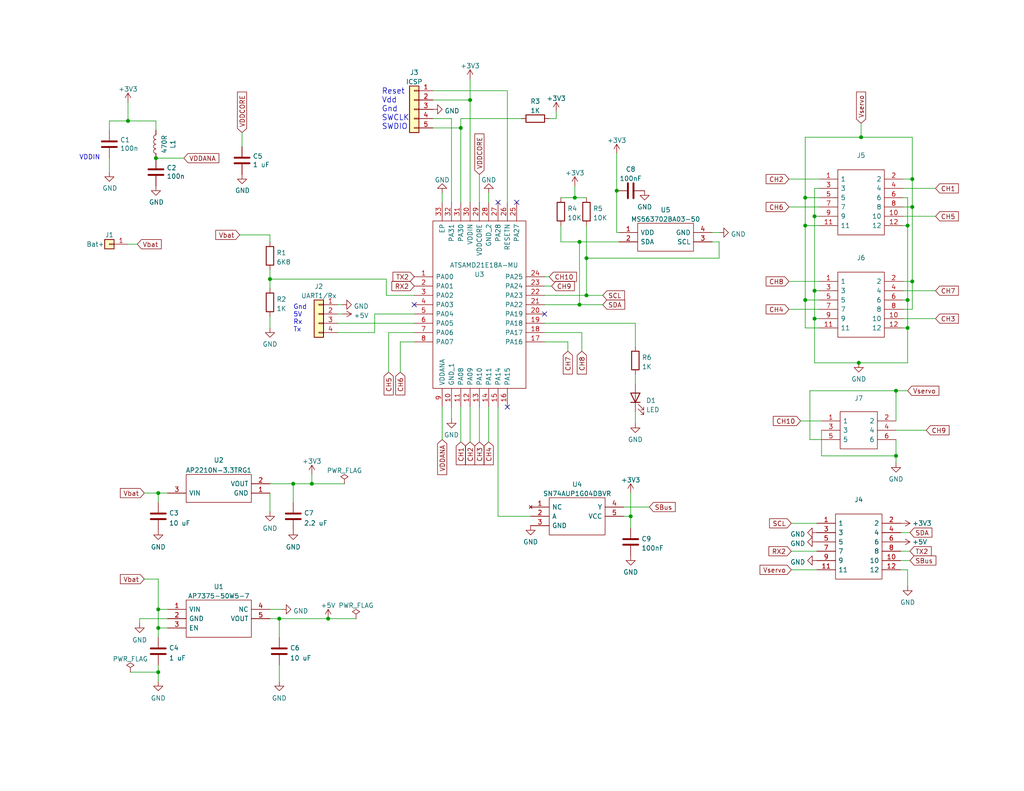
<source format=kicad_sch>
(kicad_sch (version 20211123) (generator eeschema)
  (paper "USLetter")
  (title_block (title "CRSFtoPWM") (date "2023-01-26") (rev "1.0") (company "Quantum Embedded Systems"))
  (lib_symbols
    (symbol "Connector_Generic:Conn_01x01" (pin_names (offset 1.016) hide)
      (property "Reference" "J" (at 0 2.54 0))
      (property "Value" "Conn_01x01" (at 0 -2.54 0))
      (symbol "Conn_01x01_1_1"
        (rectangle (start -1.27 0.127) (end 0 -0.127) (stroke (width 0.1524)))
        (rectangle (start -1.27 1.27) (end 1.27 -1.27) (stroke (width 0.254)) (fill (type background)))
        (pin passive line (at -5.08 0 0) (length 3.81) (name "Pin_1") (number "1"))
      )
    )
    (symbol "Connector_Generic:Conn_01x04" (pin_names (offset 1.016) hide)
      (property "Reference" "J" (at 0 5.08 0))
      (property "Value" "Conn_01x04" (at 0 -7.62 0))
      (symbol "Conn_01x04_1_1"
        (rectangle (start -1.27 -4.953) (end 0 -5.207) (stroke (width 0.1524)))
        (rectangle (start -1.27 -2.413) (end 0 -2.667) (stroke (width 0.1524)))
        (rectangle (start -1.27 0.127) (end 0 -0.127) (stroke (width 0.1524)))
        (rectangle (start -1.27 2.667) (end 0 2.413) (stroke (width 0.1524)))
        (rectangle (start -1.27 3.81) (end 1.27 -6.35) (stroke (width 0.254)) (fill (type background)))
        (pin passive line (at -5.08 2.54 0) (length 3.81) (name "Pin_1") (number "1"))
        (pin passive line (at -5.08 0 0) (length 3.81) (name "Pin_2") (number "2"))
        (pin passive line (at -5.08 -2.54 0) (length 3.81) (name "Pin_3") (number "3"))
        (pin passive line (at -5.08 -5.08 0) (length 3.81) (name "Pin_4") (number "4"))
      )
    )
    (symbol "Connector_Generic:Conn_01x05" (pin_names (offset 1.016) hide)
      (property "Reference" "J" (at 0 7.62 0))
      (property "Value" "Conn_01x05" (at 0 -7.62 0))
      (symbol "Conn_01x05_1_1"
        (rectangle (start -1.27 -4.953) (end 0 -5.207) (stroke (width 0.1524)))
        (rectangle (start -1.27 -2.413) (end 0 -2.667) (stroke (width 0.1524)))
        (rectangle (start -1.27 0.127) (end 0 -0.127) (stroke (width 0.1524)))
        (rectangle (start -1.27 2.667) (end 0 2.413) (stroke (width 0.1524)))
        (rectangle (start -1.27 5.207) (end 0 4.953) (stroke (width 0.1524)))
        (rectangle (start -1.27 6.35) (end 1.27 -6.35) (stroke (width 0.254)) (fill (type background)))
        (pin passive line (at -5.08 5.08 0) (length 3.81) (name "Pin_1") (number "1"))
        (pin passive line (at -5.08 2.54 0) (length 3.81) (name "Pin_2") (number "2"))
        (pin passive line (at -5.08 0 0) (length 3.81) (name "Pin_3") (number "3"))
        (pin passive line (at -5.08 -2.54 0) (length 3.81) (name "Pin_4") (number "4"))
        (pin passive line (at -5.08 -5.08 0) (length 3.81) (name "Pin_5") (number "5"))
      )
    )
    (symbol "Device:C" (pin_numbers hide) (pin_names (offset 0.254))
      (property "Reference" "C" (at 0.635 2.54 0))
      (property "Value" "C" (at 0.635 -2.54 0))
      (symbol "C_0_1"
        (polyline (pts (xy -2.032 -0.762) (xy 2.032 -0.762)) (stroke (width 0.508)))
        (polyline (pts (xy -2.032 0.762) (xy 2.032 0.762)) (stroke (width 0.508)))
      )
      (symbol "C_1_1"
        (pin passive line (at 0 3.81 270) (length 2.794) (name "~") (number "1"))
        (pin passive line (at 0 -3.81 90) (length 2.794) (name "~") (number "2"))
      )
    )
    (symbol "Device:L" (pin_numbers hide) (pin_names (offset 1.016) hide)
      (property "Reference" "L" (at -1.27 0 90))
      (property "Value" "L" (at 1.905 0 90))
      (symbol "L_0_1"
        (arc (start 0 -2.54) (mid 0.635 -1.905) (end 0 -1.27))
        (arc (start 0 -1.27) (mid 0.635 -0.635) (end 0 0))
        (arc (start 0 0) (mid 0.635 0.635) (end 0 1.27))
        (arc (start 0 1.27) (mid 0.635 1.905) (end 0 2.54))
      )
      (symbol "L_1_1"
        (pin passive line (at 0 3.81 270) (length 1.27) (name "1") (number "1"))
        (pin passive line (at 0 -3.81 90) (length 1.27) (name "2") (number "2"))
      )
    )
    (symbol "Device:LED" (pin_numbers hide) (pin_names (offset 1.016) hide)
      (property "Reference" "D" (at 0 2.54 0))
      (property "Value" "LED" (at 0 -2.54 0))
      (symbol "LED_0_1"
        (polyline (pts (xy -1.27 -1.27) (xy -1.27 1.27)) (stroke (width 0.254)))
        (polyline (pts (xy -1.27 0) (xy 1.27 0)))
        (polyline (pts (xy 1.27 -1.27) (xy 1.27 1.27) (xy -1.27 0) (xy 1.27 -1.27)) (stroke (width 0.254)))
        (polyline (pts (xy -3.048 -0.762) (xy -4.572 -2.286) (xy -3.81 -2.286) (xy -4.572 -2.286) (xy -4.572 -1.524)))
        (polyline (pts (xy -1.778 -0.762) (xy -3.302 -2.286) (xy -2.54 -2.286) (xy -3.302 -2.286) (xy -3.302 -1.524)))
      )
      (symbol "LED_1_1"
        (pin passive line (at -3.81 0 0) (length 2.54) (name "K") (number "1"))
        (pin passive line (at 3.81 0 180) (length 2.54) (name "A") (number "2"))
      )
    )
    (symbol "Device:R" (pin_numbers hide) (pin_names (offset 0))
      (property "Reference" "R" (at 2.032 0 90))
      (property "Value" "R" (at 0 0 90))
      (symbol "R_0_1"
        (rectangle (start -1.016 -2.54) (end 1.016 2.54) (stroke (width 0.254)))
      )
      (symbol "R_1_1"
        (pin passive line (at 0 3.81 270) (length 1.27) (name "~") (number "1"))
        (pin passive line (at 0 -3.81 90) (length 1.27) (name "~") (number "2"))
      )
    )
    (symbol "SamacSys_Parts2:AP7375-50W5-7" (pin_names (offset 0.762))
      (property "Reference" "IC1" (at 13.97 6.189 0))
      (property "Value" "AP7375-50W5-7" (at 13.97 3.6521 0))
      (symbol "AP7375-50W5-7_0_0"
        (pin passive line (at 0 0 0) (length 5.08) (name "VIN") (number "1"))
        (pin passive line (at 0 -2.54 0) (length 5.08) (name "GND") (number "2"))
        (pin passive line (at 0 -5.08 0) (length 5.08) (name "EN") (number "3"))
        (pin passive line (at 27.94 0 180) (length 5.08) (name "NC") (number "4"))
        (pin passive line (at 27.94 -2.54 180) (length 5.08) (name "VOUT") (number "5"))
      )
      (symbol "AP7375-50W5-7_0_1"
        (polyline (pts (xy 5.08 2.54) (xy 22.86 2.54) (xy 22.86 -7.62) (xy 5.08 -7.62) (xy 5.08 2.54)) (stroke (width 0.1524)))
      )
    )
    (symbol "SamacSys_Parts2:ATSAMD21E18A-MU" (pin_names (offset 0.762))
      (property "Reference" "IC" (at 31.75 20.32 0))
      (property "Value" "ATSAMD21E18A-MU" (at 31.75 17.78 0))
      (symbol "ATSAMD21E18A-MU_0_0"
        (pin passive line (at 0 0 0) (length 5.08) (name "PA00") (number "1"))
        (pin passive line (at 10.16 -35.56 90) (length 5.08) (name "GND_1") (number "10"))
        (pin passive line (at 12.7 -35.56 90) (length 5.08) (name "PA08") (number "11"))
        (pin passive line (at 15.24 -35.56 90) (length 5.08) (name "PA09") (number "12"))
        (pin passive line (at 17.78 -35.56 90) (length 5.08) (name "PA10") (number "13"))
        (pin passive line (at 20.32 -35.56 90) (length 5.08) (name "PA11") (number "14"))
        (pin passive line (at 22.86 -35.56 90) (length 5.08) (name "PA14") (number "15"))
        (pin passive line (at 25.4 -35.56 90) (length 5.08) (name "PA15") (number "16"))
        (pin passive line (at 35.56 -17.78 180) (length 5.08) (name "PA16") (number "17"))
        (pin passive line (at 35.56 -15.24 180) (length 5.08) (name "PA17") (number "18"))
        (pin passive line (at 35.56 -12.7 180) (length 5.08) (name "PA18") (number "19"))
        (pin passive line (at 0 -2.54 0) (length 5.08) (name "PA01") (number "2"))
        (pin passive line (at 35.56 -10.16 180) (length 5.08) (name "PA19") (number "20"))
        (pin passive line (at 35.56 -7.62 180) (length 5.08) (name "PA22") (number "21"))
        (pin passive line (at 35.56 -5.08 180) (length 5.08) (name "PA23") (number "22"))
        (pin passive line (at 35.56 -2.54 180) (length 5.08) (name "PA24") (number "23"))
        (pin passive line (at 35.56 0 180) (length 5.08) (name "PA25") (number "24"))
        (pin passive line (at 27.94 20.32 270) (length 5.08) (name "PA27") (number "25"))
        (pin passive line (at 25.4 20.32 270) (length 5.08) (name "RESETN") (number "26"))
        (pin passive line (at 22.86 20.32 270) (length 5.08) (name "PA28") (number "27"))
        (pin passive line (at 20.32 20.32 270) (length 5.08) (name "GND_2") (number "28"))
        (pin passive line (at 17.78 20.32 270) (length 5.08) (name "VDDCORE") (number "29"))
        (pin passive line (at 0 -5.08 0) (length 5.08) (name "PA02") (number "3"))
        (pin passive line (at 15.24 20.32 270) (length 5.08) (name "VDDIN") (number "30"))
        (pin passive line (at 12.7 20.32 270) (length 5.08) (name "PA30") (number "31"))
        (pin passive line (at 10.16 20.32 270) (length 5.08) (name "PA31") (number "32"))
        (pin passive line (at 7.62 20.32 270) (length 5.08) (name "EP") (number "33"))
        (pin passive line (at 0 -7.62 0) (length 5.08) (name "PA03") (number "4"))
        (pin passive line (at 0 -10.16 0) (length 5.08) (name "PA04") (number "5"))
        (pin passive line (at 0 -12.7 0) (length 5.08) (name "PA05") (number "6"))
        (pin passive line (at 0 -15.24 0) (length 5.08) (name "PA06") (number "7"))
        (pin passive line (at 0 -17.78 0) (length 5.08) (name "PA07") (number "8"))
        (pin passive line (at 7.62 -35.56 90) (length 5.08) (name "VDDANA") (number "9"))
      )
      (symbol "ATSAMD21E18A-MU_0_1"
        (polyline (pts (xy 5.08 15.24) (xy 30.48 15.24) (xy 30.48 -30.48) (xy 5.08 -30.48) (xy 5.08 15.24)) (stroke (width 0.1524)))
      )
    )
    (symbol "SamacSys_Parts2:MS563702BA03-50" (pin_names (offset 0.762))
      (property "Reference" "IC" (at 21.59 7.62 0))
      (property "Value" "MS563702BA03-50" (at 21.59 5.08 0))
      (symbol "MS563702BA03-50_0_0"
        (pin power_in line (at 0 0 0) (length 5.08) (name "VDD") (number "1"))
        (pin passive line (at 0 -2.54 0) (length 5.08) (name "SDA") (number "2"))
        (pin passive line (at 25.4 -2.54 180) (length 5.08) (name "SCL") (number "3"))
        (pin power_in line (at 25.4 0 180) (length 5.08) (name "GND") (number "4"))
      )
      (symbol "MS563702BA03-50_0_1"
        (polyline (pts (xy 5.08 2.54) (xy 20.32 2.54) (xy 20.32 -5.08) (xy 5.08 -5.08) (xy 5.08 2.54)) (stroke (width 0.1524)))
      )
    )
    (symbol "SamacSys_Parts2:SN74AUP1G04DBVR" (pin_names (offset 0.762))
      (property "Reference" "IC" (at 21.59 7.62 0))
      (property "Value" "SN74AUP1G04DBVR" (at 21.59 5.08 0))
      (symbol "SN74AUP1G04DBVR_0_0"
        (pin no_connect line (at 0 0 0) (length 5.08) (name "NC") (number "1"))
        (pin passive line (at 0 -2.54 0) (length 5.08) (name "A") (number "2"))
        (pin passive line (at 0 -5.08 0) (length 5.08) (name "GND") (number "3"))
        (pin passive line (at 25.4 0 180) (length 5.08) (name "Y") (number "4"))
        (pin passive line (at 25.4 -2.54 180) (length 5.08) (name "VCC") (number "5"))
      )
      (symbol "SN74AUP1G04DBVR_0_1"
        (polyline (pts (xy 5.08 2.54) (xy 20.32 2.54) (xy 20.32 -7.62) (xy 5.08 -7.62) (xy 5.08 2.54)) (stroke (width 0.1524)))
      )
    )
    (symbol "SamacSys_Parts:AP2210N-3.3TRG1" (pin_names (offset 0.762))
      (property "Reference" "IC" (at 24.13 7.62 0))
      (property "Value" "AP2210N-3.3TRG1" (at 24.13 5.08 0))
      (symbol "AP2210N-3.3TRG1_0_0"
        (pin passive line (at 0 0 0) (length 5.08) (name "GND") (number "1"))
        (pin passive line (at 0 -2.54 0) (length 5.08) (name "VOUT") (number "2"))
        (pin passive line (at 27.94 0 180) (length 5.08) (name "VIN") (number "3"))
      )
      (symbol "AP2210N-3.3TRG1_0_1"
        (polyline (pts (xy 5.08 2.54) (xy 22.86 2.54) (xy 22.86 -5.08) (xy 5.08 -5.08) (xy 5.08 2.54)) (stroke (width 0.1524)))
      )
    )
    (symbol "SamacSys_Parts:TSW-102-08-L-T-RA" (pin_names (offset 0.762))
      (property "Reference" "J" (at 16.51 7.62 0))
      (property "Value" "TSW-102-08-L-T-RA" (at 16.51 5.08 0))
      (symbol "TSW-102-08-L-T-RA_0_0"
        (pin passive line (at 0 0 0) (length 5.08) (name "1") (number "1"))
        (pin passive line (at 20.32 0 180) (length 5.08) (name "2") (number "2"))
        (pin passive line (at 0 -2.54 0) (length 5.08) (name "3") (number "3"))
        (pin passive line (at 20.32 -2.54 180) (length 5.08) (name "4") (number "4"))
        (pin passive line (at 0 -5.08 0) (length 5.08) (name "5") (number "5"))
        (pin passive line (at 20.32 -5.08 180) (length 5.08) (name "6") (number "6"))
      )
      (symbol "TSW-102-08-L-T-RA_0_1"
        (polyline (pts (xy 5.08 2.54) (xy 15.24 2.54) (xy 15.24 -7.62) (xy 5.08 -7.62) (xy 5.08 2.54)) (stroke (width 0.1524)))
      )
    )
    (symbol "SamacSys_Parts:TSW-104-08-G-T-RA" (pin_names (offset 0.762))
      (property "Reference" "J" (at 19.05 7.62 0))
      (property "Value" "TSW-104-08-G-T-RA" (at 19.05 5.08 0))
      (symbol "TSW-104-08-G-T-RA_0_0"
        (pin passive line (at 0 0 0) (length 5.08) (name "1") (number "1"))
        (pin passive line (at 22.86 -10.16 180) (length 5.08) (name "10") (number "10"))
        (pin passive line (at 0 -12.7 0) (length 5.08) (name "11") (number "11"))
        (pin passive line (at 22.86 -12.7 180) (length 5.08) (name "12") (number "12"))
        (pin passive line (at 22.86 0 180) (length 5.08) (name "2") (number "2"))
        (pin passive line (at 0 -2.54 0) (length 5.08) (name "3") (number "3"))
        (pin passive line (at 22.86 -2.54 180) (length 5.08) (name "4") (number "4"))
        (pin passive line (at 0 -5.08 0) (length 5.08) (name "5") (number "5"))
        (pin passive line (at 22.86 -5.08 180) (length 5.08) (name "6") (number "6"))
        (pin passive line (at 0 -7.62 0) (length 5.08) (name "7") (number "7"))
        (pin passive line (at 22.86 -7.62 180) (length 5.08) (name "8") (number "8"))
        (pin passive line (at 0 -10.16 0) (length 5.08) (name "9") (number "9"))
      )
      (symbol "TSW-104-08-G-T-RA_0_1"
        (polyline (pts (xy 5.08 2.54) (xy 17.78 2.54) (xy 17.78 -15.24) (xy 5.08 -15.24) (xy 5.08 2.54)) (stroke (width 0.1524)))
      )
    )
    (symbol "power:+3V3" (power) (pin_names (offset 0))
      (property "Value" "+3V3" (at 0 3.556 0))
      (symbol "+3V3_0_1"
        (polyline (pts (xy -0.762 1.27) (xy 0 2.54)))
        (polyline (pts (xy 0 0) (xy 0 2.54)))
        (polyline (pts (xy 0 2.54) (xy 0.762 1.27)))
      )
      (symbol "+3V3_1_1"
        (pin power_in line (at 0 0 90) (length 0) hide (name "+3V3") (number "1"))
      )
    )
    (symbol "power:+5V" (power) (pin_names (offset 0))
      (property "Value" "+5V" (at 0 3.556 0))
      (symbol "+5V_0_1"
        (polyline (pts (xy -0.762 1.27) (xy 0 2.54)))
        (polyline (pts (xy 0 0) (xy 0 2.54)))
        (polyline (pts (xy 0 2.54) (xy 0.762 1.27)))
      )
      (symbol "+5V_1_1"
        (pin power_in line (at 0 0 90) (length 0) hide (name "+5V") (number "1"))
      )
    )
    (symbol "power:GND" (power) (pin_names (offset 0))
      (property "Value" "GND" (at 0 -3.81 0))
      (symbol "GND_0_1"
        (polyline (pts (xy 0 0) (xy 0 -1.27) (xy 1.27 -1.27) (xy 0 -2.54) (xy -1.27 -1.27) (xy 0 -1.27)))
      )
      (symbol "GND_1_1"
        (pin power_in line (at 0 0 270) (length 0) hide (name "GND") (number "1"))
      )
    )
    (symbol "power:PWR_FLAG" (power) (pin_numbers hide) (pin_names (offset 0) hide)
      (property "Value" "PWR_FLAG" (at 0 3.81 0))
      (symbol "PWR_FLAG_0_0"
        (pin power_out line (at 0 0 90) (length 0) (name "pwr") (number "1"))
      )
      (symbol "PWR_FLAG_0_1"
        (polyline (pts (xy 0 0) (xy 0 1.27) (xy -1.016 1.905) (xy 0 2.54) (xy 1.016 1.905) (xy 0 1.27)))
      )
    )
  )
  (junction (at 168.275 52.07))
  (junction (at 234.95 37.465))
  (junction (at 248.92 48.895))
  (junction (at 73.66 76.2))
  (junction (at 160.02 80.645))
  (junction (at 43.18 166.37))
  (junction (at 80.01 132.08))
  (junction (at 85.09 132.08))
  (junction (at 156.845 53.975))
  (junction (at 172.085 140.97))
  (junction (at 244.475 124.46))
  (junction (at 34.925 33.02))
  (junction (at 158.115 66.04))
  (junction (at 219.71 53.975))
  (junction (at 247.65 89.535))
  (junction (at 248.92 56.515))
  (junction (at 43.18 134.62))
  (junction (at 248.92 76.835))
  (junction (at 125.73 34.925))
  (junction (at 219.71 61.595))
  (junction (at 43.18 171.45))
  (junction (at 247.65 81.915))
  (junction (at 43.18 183.515))
  (junction (at 76.2 168.91))
  (junction (at 222.25 79.375))
  (junction (at 222.25 59.055))
  (junction (at 128.27 27.305))
  (junction (at 234.315 99.06))
  (junction (at 222.25 86.995))
  (junction (at 244.475 106.68))
  (junction (at 42.545 43.18))
  (junction (at 89.535 168.91))
  (junction (at 219.71 81.915))
  (junction (at 160.02 70.485))
  (junction (at 158.115 83.185))
  (junction (at 247.65 61.595))
  (no_connect (at 148.59 85.725))
  (no_connect (at 135.89 55.245))
  (no_connect (at 138.43 111.125))
  (no_connect (at 113.03 83.185))
  (no_connect (at 140.97 55.245))
  (wire (pts (xy 80.01 132.08) (xy 85.09 132.08)))
  (wire (pts (xy 39.37 134.62) (xy 43.18 134.62)))
  (wire (pts (xy 160.02 61.595) (xy 160.02 70.485)))
  (wire (pts (xy 246.38 61.595) (xy 247.65 61.595)))
  (wire (pts (xy 125.73 34.925) (xy 125.73 55.245)))
  (wire (pts (xy 66.04 40.005) (xy 66.04 36.195)))
  (wire (pts (xy 105.41 76.2) (xy 105.41 80.645)))
  (wire (pts (xy 222.25 59.055) (xy 222.25 79.375)))
  (wire (pts (xy 43.18 166.37) (xy 45.72 166.37)))
  (wire (pts (xy 246.38 59.055) (xy 255.27 59.055)))
  (wire (pts (xy 172.085 140.97) (xy 172.085 144.145)))
  (wire (pts (xy 93.98 132.08) (xy 85.09 132.08)))
  (wire (pts (xy 173.355 88.265) (xy 173.355 94.615)))
  (wire (pts (xy 43.18 181.61) (xy 43.18 183.515)))
  (wire (pts (xy 220.98 120.015) (xy 220.98 106.68)))
  (wire (pts (xy 158.115 66.04) (xy 158.115 83.185)))
  (wire (pts (xy 154.94 95.885) (xy 154.94 93.345)))
  (wire (pts (xy 246.38 76.835) (xy 248.92 76.835)))
  (wire (pts (xy 76.2 168.91) (xy 89.535 168.91)))
  (wire (pts (xy 223.52 89.535) (xy 219.71 89.535)))
  (wire (pts (xy 246.38 79.375) (xy 255.27 79.375)))
  (wire (pts (xy 133.35 52.705) (xy 133.35 55.245)))
  (wire (pts (xy 246.38 53.975) (xy 247.65 53.975)))
  (wire (pts (xy 222.25 86.995) (xy 222.25 99.06)))
  (wire (pts (xy 196.215 70.485) (xy 196.215 66.04)))
  (wire (pts (xy 148.59 75.565) (xy 149.86 75.565)))
  (wire (pts (xy 73.66 86.36) (xy 73.66 89.535)))
  (wire (pts (xy 125.73 32.385) (xy 142.24 32.385)))
  (wire (pts (xy 135.89 111.125) (xy 135.89 140.97)))
  (wire (pts (xy 215.265 84.455) (xy 223.52 84.455)))
  (wire (pts (xy 39.37 158.115) (xy 43.18 158.115)))
  (wire (pts (xy 215.9 155.575) (xy 222.885 155.575)))
  (wire (pts (xy 158.75 90.805) (xy 158.75 95.885)))
  (wire (pts (xy 172.085 134.62) (xy 172.085 140.97)))
  (wire (pts (xy 43.18 134.62) (xy 45.72 134.62)))
  (wire (pts (xy 92.075 83.185) (xy 93.345 83.185)))
  (wire (pts (xy 73.66 168.91) (xy 76.2 168.91)))
  (wire (pts (xy 73.66 64.135) (xy 73.66 66.04)))
  (wire (pts (xy 102.235 85.725) (xy 102.235 90.805)))
  (wire (pts (xy 128.27 21.59) (xy 128.27 27.305)))
  (wire (pts (xy 43.18 166.37) (xy 43.18 171.45)))
  (wire (pts (xy 102.235 90.805) (xy 92.075 90.805)))
  (wire (pts (xy 135.89 140.97) (xy 144.78 140.97)))
  (wire (pts (xy 138.43 24.765) (xy 138.43 55.245)))
  (wire (pts (xy 223.52 86.995) (xy 222.25 86.995)))
  (wire (pts (xy 105.41 80.645) (xy 113.03 80.645)))
  (wire (pts (xy 247.65 155.575) (xy 247.65 160.02)))
  (wire (pts (xy 173.355 102.235) (xy 173.355 104.775)))
  (wire (pts (xy 160.02 80.645) (xy 164.465 80.645)))
  (wire (pts (xy 246.38 89.535) (xy 247.65 89.535)))
  (wire (pts (xy 118.11 34.925) (xy 125.73 34.925)))
  (wire (pts (xy 133.35 111.125) (xy 133.35 120.65)))
  (wire (pts (xy 220.98 106.68) (xy 244.475 106.68)))
  (wire (pts (xy 42.545 33.02) (xy 42.545 35.56)))
  (wire (pts (xy 244.475 120.015) (xy 244.475 124.46)))
  (wire (pts (xy 215.9 150.495) (xy 222.885 150.495)))
  (wire (pts (xy 34.925 27.94) (xy 34.925 33.02)))
  (wire (pts (xy 92.075 88.265) (xy 113.03 88.265)))
  (wire (pts (xy 223.52 61.595) (xy 219.71 61.595)))
  (wire (pts (xy 160.02 70.485) (xy 160.02 80.645)))
  (wire (pts (xy 73.66 166.37) (xy 76.835 166.37)))
  (wire (pts (xy 168.275 52.07) (xy 168.275 63.5)))
  (wire (pts (xy 219.71 53.975) (xy 219.71 37.465)))
  (wire (pts (xy 248.92 48.895) (xy 248.92 37.465)))
  (wire (pts (xy 245.745 155.575) (xy 247.65 155.575)))
  (wire (pts (xy 43.18 158.115) (xy 43.18 166.37)))
  (wire (pts (xy 218.44 114.935) (xy 224.155 114.935)))
  (wire (pts (xy 168.275 41.91) (xy 168.275 52.07)))
  (wire (pts (xy 148.59 80.645) (xy 160.02 80.645)))
  (wire (pts (xy 128.27 111.125) (xy 128.27 120.65)))
  (wire (pts (xy 224.155 124.46) (xy 244.475 124.46)))
  (wire (pts (xy 223.52 59.055) (xy 222.25 59.055)))
  (wire (pts (xy 158.115 66.04) (xy 168.91 66.04)))
  (wire (pts (xy 120.65 52.705) (xy 120.65 55.245)))
  (wire (pts (xy 45.72 168.91) (xy 38.1 168.91)))
  (wire (pts (xy 106.045 90.805) (xy 106.045 101.6)))
  (wire (pts (xy 73.66 76.2) (xy 105.41 76.2)))
  (wire (pts (xy 29.845 43.18) (xy 29.845 46.99)))
  (wire (pts (xy 130.81 111.125) (xy 130.81 120.65)))
  (wire (pts (xy 244.475 106.68) (xy 244.475 114.935)))
  (wire (pts (xy 45.72 171.45) (xy 43.18 171.45)))
  (wire (pts (xy 196.215 66.04) (xy 194.31 66.04)))
  (wire (pts (xy 151.765 30.48) (xy 151.765 32.385)))
  (wire (pts (xy 168.91 63.5) (xy 168.275 63.5)))
  (wire (pts (xy 123.19 32.385) (xy 118.11 32.385)))
  (wire (pts (xy 65.405 64.135) (xy 73.66 64.135)))
  (wire (pts (xy 73.66 134.62) (xy 73.66 139.7)))
  (wire (pts (xy 246.38 81.915) (xy 247.65 81.915)))
  (wire (pts (xy 248.92 37.465) (xy 234.95 37.465)))
  (wire (pts (xy 156.845 53.975) (xy 160.02 53.975)))
  (wire (pts (xy 246.38 51.435) (xy 255.27 51.435)))
  (wire (pts (xy 194.31 63.5) (xy 196.215 63.5)))
  (wire (pts (xy 29.845 33.02) (xy 34.925 33.02)))
  (wire (pts (xy 130.81 47.625) (xy 130.81 55.245)))
  (wire (pts (xy 113.03 85.725) (xy 102.235 85.725)))
  (wire (pts (xy 153.035 53.975) (xy 156.845 53.975)))
  (wire (pts (xy 223.52 81.915) (xy 219.71 81.915)))
  (wire (pts (xy 138.43 24.765) (xy 118.11 24.765)))
  (wire (pts (xy 247.65 99.06) (xy 234.315 99.06)))
  (wire (pts (xy 76.2 168.91) (xy 76.2 173.99)))
  (wire (pts (xy 223.52 53.975) (xy 219.71 53.975)))
  (wire (pts (xy 123.19 111.125) (xy 123.19 114.3)))
  (wire (pts (xy 215.9 142.875) (xy 222.885 142.875)))
  (wire (pts (xy 148.59 78.105) (xy 150.495 78.105)))
  (wire (pts (xy 222.25 51.435) (xy 222.25 59.055)))
  (wire (pts (xy 92.075 85.725) (xy 93.345 85.725)))
  (wire (pts (xy 248.92 76.835) (xy 248.92 84.455)))
  (wire (pts (xy 73.66 73.66) (xy 73.66 76.2)))
  (wire (pts (xy 73.66 76.2) (xy 73.66 78.74)))
  (wire (pts (xy 120.65 111.125) (xy 120.65 120.015)))
  (wire (pts (xy 128.27 55.245) (xy 128.27 27.305)))
  (wire (pts (xy 223.52 51.435) (xy 222.25 51.435)))
  (wire (pts (xy 43.18 134.62) (xy 43.18 137.16)))
  (wire (pts (xy 160.02 70.485) (xy 196.215 70.485)))
  (wire (pts (xy 123.19 32.385) (xy 123.19 55.245)))
  (wire (pts (xy 38.1 168.91) (xy 38.1 170.18)))
  (wire (pts (xy 170.18 140.97) (xy 172.085 140.97)))
  (wire (pts (xy 234.95 33.655) (xy 234.95 37.465)))
  (wire (pts (xy 109.22 93.345) (xy 109.22 101.6)))
  (wire (pts (xy 247.65 81.915) (xy 247.65 89.535)))
  (wire (pts (xy 125.73 32.385) (xy 125.73 34.925)))
  (wire (pts (xy 35.56 183.515) (xy 43.18 183.515)))
  (wire (pts (xy 219.71 61.595) (xy 219.71 81.915)))
  (wire (pts (xy 128.27 27.305) (xy 118.11 27.305)))
  (wire (pts (xy 244.475 124.46) (xy 244.475 126.365)))
  (wire (pts (xy 156.845 50.8) (xy 156.845 53.975)))
  (wire (pts (xy 50.165 43.18) (xy 42.545 43.18)))
  (wire (pts (xy 43.18 183.515) (xy 43.18 186.055)))
  (wire (pts (xy 248.92 76.835) (xy 248.92 56.515)))
  (wire (pts (xy 34.925 33.02) (xy 42.545 33.02)))
  (wire (pts (xy 158.115 83.185) (xy 164.465 83.185)))
  (wire (pts (xy 148.59 88.265) (xy 173.355 88.265)))
  (wire (pts (xy 215.265 76.835) (xy 223.52 76.835)))
  (wire (pts (xy 244.475 106.68) (xy 247.65 106.68)))
  (wire (pts (xy 245.745 145.415) (xy 248.285 145.415)))
  (wire (pts (xy 224.155 117.475) (xy 224.155 124.46)))
  (wire (pts (xy 148.59 83.185) (xy 158.115 83.185)))
  (wire (pts (xy 125.73 111.125) (xy 125.73 120.65)))
  (wire (pts (xy 222.25 79.375) (xy 222.25 86.995)))
  (wire (pts (xy 170.18 138.43) (xy 177.165 138.43)))
  (wire (pts (xy 248.92 56.515) (xy 248.92 48.895)))
  (wire (pts (xy 246.38 86.995) (xy 255.27 86.995)))
  (wire (pts (xy 224.155 120.015) (xy 220.98 120.015)))
  (wire (pts (xy 173.355 112.395) (xy 173.355 115.57)))
  (wire (pts (xy 246.38 56.515) (xy 248.92 56.515)))
  (wire (pts (xy 113.03 93.345) (xy 109.22 93.345)))
  (wire (pts (xy 215.265 48.895) (xy 223.52 48.895)))
  (wire (pts (xy 80.01 132.08) (xy 80.01 137.16)))
  (wire (pts (xy 246.38 84.455) (xy 248.92 84.455)))
  (wire (pts (xy 153.035 66.04) (xy 158.115 66.04)))
  (wire (pts (xy 73.66 132.08) (xy 80.01 132.08)))
  (wire (pts (xy 247.65 61.595) (xy 247.65 81.915)))
  (wire (pts (xy 153.035 61.595) (xy 153.035 66.04)))
  (wire (pts (xy 89.535 168.91) (xy 97.155 168.91)))
  (wire (pts (xy 34.925 66.675) (xy 37.465 66.675)))
  (wire (pts (xy 85.09 129.54) (xy 85.09 132.08)))
  (wire (pts (xy 76.2 181.61) (xy 76.2 186.055)))
  (wire (pts (xy 219.71 81.915) (xy 219.71 89.535)))
  (wire (pts (xy 246.38 48.895) (xy 248.92 48.895)))
  (wire (pts (xy 222.25 79.375) (xy 223.52 79.375)))
  (wire (pts (xy 245.745 150.495) (xy 248.285 150.495)))
  (wire (pts (xy 154.94 93.345) (xy 148.59 93.345)))
  (wire (pts (xy 245.745 153.035) (xy 248.285 153.035)))
  (wire (pts (xy 148.59 90.805) (xy 158.75 90.805)))
  (wire (pts (xy 222.25 99.06) (xy 234.315 99.06)))
  (wire (pts (xy 215.265 56.515) (xy 223.52 56.515)))
  (wire (pts (xy 219.71 37.465) (xy 234.95 37.465)))
  (wire (pts (xy 113.03 90.805) (xy 106.045 90.805)))
  (wire (pts (xy 247.65 89.535) (xy 247.65 99.06)))
  (wire (pts (xy 149.86 32.385) (xy 151.765 32.385)))
  (wire (pts (xy 244.475 117.475) (xy 252.73 117.475)))
  (wire (pts (xy 219.71 61.595) (xy 219.71 53.975)))
  (wire (pts (xy 43.18 171.45) (xy 43.18 173.99)))
  (wire (pts (xy 247.65 53.975) (xy 247.65 61.595)))
  (wire (pts (xy 29.845 35.56) (xy 29.845 33.02)))
  (text "Reset\nVdd\nGnd\nSWCLK\nSWDIO" (at 104.14 35.56 0) (effects (font (size 1.5 1.5)) (justify left bottom)))
  (text "Gnd\n5V\nRx\nTx" (at 80.01 90.805 0) (effects (font (size 1.27 1.27)) (justify left bottom)))
  (text "VDDIN" (at 21.59 43.815 0) (effects (font (size 1.27 1.27)) (justify left bottom)))
  (global_label "SDA" (shape input) (at 164.465 83.185 0) (property "Intersheet References" "${INTERSHEET_REFS}" (effects hide)))
  (global_label "VDDCORE" (shape input) (at 130.81 47.625 90) (property "Intersheet References" "${INTERSHEET_REFS}" (effects hide)))
  (global_label "SCL" (shape input) (at 215.9 142.875 180) (property "Intersheet References" "${INTERSHEET_REFS}" (effects hide)))
  (global_label "CH2" (shape input) (at 215.265 48.895 180) (property "Intersheet References" "${INTERSHEET_REFS}" (effects hide)))
  (global_label "TX2" (shape input) (at 248.285 150.495 0) (property "Intersheet References" "${INTERSHEET_REFS}" (effects hide)))
  (global_label "CH8" (shape input) (at 215.265 76.835 180) (property "Intersheet References" "${INTERSHEET_REFS}" (effects hide)))
  (global_label "CH1" (shape input) (at 255.27 51.435 0) (property "Intersheet References" "${INTERSHEET_REFS}" (effects hide)))
  (global_label "SCL" (shape input) (at 164.465 80.645 0) (property "Intersheet References" "${INTERSHEET_REFS}" (effects hide)))
  (global_label "Vbat" (shape input) (at 65.405 64.135 180) (property "Intersheet References" "${INTERSHEET_REFS}" (effects hide)))
  (global_label "Vservo" (shape input) (at 215.9 155.575 180) (property "Intersheet References" "${INTERSHEET_REFS}" (effects hide)))
  (global_label "SBus" (shape input) (at 177.165 138.43 0) (property "Intersheet References" "${INTERSHEET_REFS}" (effects hide)))
  (global_label "CH6" (shape input) (at 215.265 56.515 180) (property "Intersheet References" "${INTERSHEET_REFS}" (effects hide)))
  (global_label "TX2" (shape input) (at 113.03 75.565 180) (property "Intersheet References" "${INTERSHEET_REFS}" (effects hide)))
  (global_label "Vservo" (shape input) (at 247.65 106.68 0) (property "Intersheet References" "${INTERSHEET_REFS}" (effects hide)))
  (global_label "VDDANA" (shape input) (at 50.165 43.18 0) (property "Intersheet References" "${INTERSHEET_REFS}" (effects hide)))
  (global_label "CH4" (shape input) (at 133.35 120.65 270) (property "Intersheet References" "${INTERSHEET_REFS}" (effects hide)))
  (global_label "RX2" (shape input) (at 113.03 78.105 180) (property "Intersheet References" "${INTERSHEET_REFS}" (effects hide)))
  (global_label "CH4" (shape input) (at 215.265 84.455 180) (property "Intersheet References" "${INTERSHEET_REFS}" (effects hide)))
  (global_label "RX2" (shape input) (at 215.9 150.495 180) (property "Intersheet References" "${INTERSHEET_REFS}" (effects hide)))
  (global_label "SDA" (shape input) (at 248.285 145.415 0) (property "Intersheet References" "${INTERSHEET_REFS}" (effects hide)))
  (global_label "CH8" (shape input) (at 158.75 95.885 270) (property "Intersheet References" "${INTERSHEET_REFS}" (effects hide)))
  (global_label "Vbat" (shape input) (at 39.37 158.115 180) (property "Intersheet References" "${INTERSHEET_REFS}" (effects hide)))
  (global_label "CH5" (shape input) (at 106.045 101.6 270) (property "Intersheet References" "${INTERSHEET_REFS}" (effects hide)))
  (global_label "CH1" (shape input) (at 125.73 120.65 270) (property "Intersheet References" "${INTERSHEET_REFS}" (effects hide)))
  (global_label "Vservo" (shape input) (at 234.95 33.655 90) (property "Intersheet References" "${INTERSHEET_REFS}" (effects hide)))
  (global_label "CH6" (shape input) (at 109.22 101.6 270) (property "Intersheet References" "${INTERSHEET_REFS}" (effects hide)))
  (global_label "CH3" (shape input) (at 255.27 86.995 0) (property "Intersheet References" "${INTERSHEET_REFS}" (effects hide)))
  (global_label "CH2" (shape input) (at 128.27 120.65 270) (property "Intersheet References" "${INTERSHEET_REFS}" (effects hide)))
  (global_label "CH7" (shape input) (at 255.27 79.375 0) (property "Intersheet References" "${INTERSHEET_REFS}" (effects hide)))
  (global_label "VDDANA" (shape input) (at 120.65 120.015 270) (property "Intersheet References" "${INTERSHEET_REFS}" (effects hide)))
  (global_label "CH10" (shape input) (at 149.86 75.565 0) (property "Intersheet References" "${INTERSHEET_REFS}" (effects hide)))
  (global_label "SBus" (shape input) (at 248.285 153.035 0) (property "Intersheet References" "${INTERSHEET_REFS}" (effects hide)))
  (global_label "CH3" (shape input) (at 130.81 120.65 270) (property "Intersheet References" "${INTERSHEET_REFS}" (effects hide)))
  (global_label "CH7" (shape input) (at 154.94 95.885 270) (property "Intersheet References" "${INTERSHEET_REFS}" (effects hide)))
  (global_label "CH9" (shape input) (at 150.495 78.105 0) (property "Intersheet References" "${INTERSHEET_REFS}" (effects hide)))
  (global_label "VDDCORE" (shape input) (at 66.04 36.195 90) (property "Intersheet References" "${INTERSHEET_REFS}" (effects hide)))
  (global_label "Vbat" (shape input) (at 39.37 134.62 180) (property "Intersheet References" "${INTERSHEET_REFS}" (effects hide)))
  (global_label "CH10" (shape input) (at 218.44 114.935 180) (property "Intersheet References" "${INTERSHEET_REFS}" (effects hide)))
  (global_label "CH5" (shape input) (at 255.27 59.055 0) (property "Intersheet References" "${INTERSHEET_REFS}" (effects hide)))
  (global_label "Vbat" (shape input) (at 37.465 66.675 0) (property "Intersheet References" "${INTERSHEET_REFS}" (effects hide)))
  (global_label "CH9" (shape input) (at 252.73 117.475 0) (property "Intersheet References" "${INTERSHEET_REFS}" (effects hide)))
  (symbol (lib_id "Device:C") (at 80.01 140.97 0) (unit 1)
    (property "Reference" "C7" (at 82.931 140.0615 0) (effects (justify left)))
    (property "Value" "2.2 uF" (at 82.931 142.8366 0) (effects (justify left)))
    (property "Footprint" "Capacitor_SMD:C_0603_1608Metric" (effects hide))
  )
  (symbol (lib_id "power:GND") (at 173.355 115.57 0) (unit 1)
    (property "Reference" "#PWR028" (effects hide))
    (property "Value" "GND" (at 173.355 120.0134 0))
  )
  (symbol (lib_id "power:+3V3") (at 34.925 27.94 0) (unit 1)
    (property "Reference" "#PWR02" (effects hide))
    (property "Value" "+3V3" (at 34.925 24.3355 0))
  )
  (symbol (lib_id "power:GND") (at 144.78 143.51 0) (unit 1)
    (property "Reference" "#PWR022" (effects hide))
    (property "Value" "GND" (at 144.78 147.9534 0))
  )
  (symbol (lib_id "power:GND") (at 234.315 99.06 0) (unit 1)
    (property "Reference" "#PWR034" (effects hide))
    (property "Value" "GND" (at 234.315 103.5034 0))
  )
  (symbol (lib_id "Device:R") (at 73.66 82.55 0) (unit 1)
    (property "Reference" "R2" (at 75.438 81.7153 0) (effects (justify left)))
    (property "Value" "1K" (at 75.438 84.2522 0) (effects (justify left)))
    (property "Footprint" "Resistor_SMD:R_0603_1608Metric" (effects hide))
  )
  (symbol (lib_id "power:GND") (at 93.345 83.185 90) (unit 1)
    (property "Reference" "#PWR015" (effects hide))
    (property "Value" "GND" (at 96.52 83.6188 90) (effects (justify right)))
  )
  (symbol (lib_id "power:PWR_FLAG") (at 93.98 132.08 0) (unit 1)
    (property "Reference" "#FLG02" (effects hide))
    (property "Value" "PWR_FLAG" (at 93.98 128.4755 0))
  )
  (symbol (lib_id "power:+3V3") (at 172.085 134.62 0) (unit 1)
    (property "Reference" "#PWR026" (effects hide))
    (property "Value" "+3V3" (at 172.085 131.0442 0))
  )
  (symbol (lib_id "power:+3V3") (at 245.745 142.875 270) (unit 1)
    (property "Reference" "#PWR036" (effects hide))
    (property "Value" "+3V3" (at 248.92 142.875 90) (effects (justify left)))
  )
  (symbol (lib_id "Device:C") (at 43.18 177.8 0) (unit 1)
    (property "Reference" "C4" (at 46.101 176.8915 0) (effects (justify left)))
    (property "Value" "1 uF" (at 46.101 179.6666 0) (effects (justify left)))
    (property "Footprint" "Capacitor_SMD:C_0603_1608Metric" (effects hide))
  )
  (symbol (lib_id "Device:LED") (at 173.355 108.585 90) (unit 1)
    (property "Reference" "D1" (at 176.276 109.3378 90) (effects (justify right)))
    (property "Value" "LED" (at 176.276 111.8747 90) (effects (justify right)))
    (property "Footprint" "LED_SMD:LED_0603_1608Metric" (effects hide))
  )
  (symbol (lib_id "power:GND") (at 196.215 63.5 90) (unit 1)
    (property "Reference" "#PWR030" (effects hide))
    (property "Value" "GND" (at 199.39 63.9338 90) (effects (justify right)))
  )
  (symbol (lib_id "Device:C") (at 66.04 43.815 0) (unit 1)
    (property "Reference" "C5" (at 68.961 42.6466 0) (effects (justify left)))
    (property "Value" "1 uF" (at 68.961 44.958 0) (effects (justify left)))
    (property "Footprint" "Capacitor_SMD:C_0402_1005Metric" (effects hide))
  )
  (symbol (lib_id "Device:L") (at 42.545 39.37 180) (unit 1)
    (property "Reference" "L1" (at 47.1424 39.37 90))
    (property "Value" "470R" (at 44.831 39.37 90))
    (property "Footprint" "Inductor_SMD:L_0603_1608Metric" (effects hide))
  )
  (symbol (lib_id "Device:C") (at 42.545 46.99 0) (unit 1)
    (property "Reference" "C2" (at 45.466 45.8216 0) (effects (justify left)))
    (property "Value" "100n" (at 45.466 48.133 0) (effects (justify left)))
    (property "Footprint" "Capacitor_SMD:C_0402_1005Metric" (effects hide))
  )
  (symbol (lib_id "SamacSys_Parts2:AP7375-50W5-7") (at 45.72 166.37 0) (unit 1)
    (property "Reference" "U1" (at 59.69 160.181 0))
    (property "Value" "AP7375-50W5-7" (at 59.69 162.7179 0))
    (property "Footprint" "SamacSys_Parts:SOT95P285X140-5N" (effects hide))
    (property "Datasheet" "https://www.diodes.com/assets/Datasheets/AP7375.pdf" (effects hide))
    (property "Description" "LDO Voltage Regulators LDO CMOS LowCurr SOT25 T&R 3K" (effects hide))
    (property "Height" "1.4" (effects hide))
    (property "Mouser Part Number" "621-AP7375-50W5-7" (effects hide))
    (property "Mouser Price/Stock" "https://www.mouser.co.uk/ProductDetail/Diodes-Incorporated/AP7375-50W5-7?qs=t7xnP681wgVfIA9uoo7deg%3D%3D" (effects hide))
    (property "Manufacturer_Name" "Diodes Inc." (effects hide))
    (property "Manufacturer_Part_Number" "AP7375-50W5-7" (effects hide))
  )
  (symbol (lib_id "Device:R") (at 146.05 32.385 270) (unit 1)
    (property "Reference" "R3" (at 146.05 27.6692 90))
    (property "Value" "1K" (at 146.05 30.2061 90))
    (property "Footprint" "Resistor_SMD:R_0603_1608Metric" (effects hide))
  )
  (symbol (lib_id "Device:C") (at 172.085 52.07 90) (unit 1)
    (property "Reference" "C8" (at 172.085 46.2112 90))
    (property "Value" "100nF" (at 172.085 48.7481 90))
    (property "Footprint" "Capacitor_SMD:C_0402_1005Metric" (effects hide))
  )
  (symbol (lib_id "Device:R") (at 173.355 98.425 0) (unit 1)
    (property "Reference" "R6" (at 175.133 97.5903 0) (effects (justify left)))
    (property "Value" "1K" (at 175.133 100.1272 0) (effects (justify left)))
    (property "Footprint" "Resistor_SMD:R_0603_1608Metric" (effects hide))
  )
  (symbol (lib_id "Device:R") (at 73.66 69.85 0) (unit 1)
    (property "Reference" "R1" (at 75.438 69.0153 0) (effects (justify left)))
    (property "Value" "6K8" (at 75.438 71.5522 0) (effects (justify left)))
    (property "Footprint" "Resistor_SMD:R_0603_1608Metric" (effects hide))
  )
  (symbol (lib_id "SamacSys_Parts:TSW-104-08-G-T-RA") (at 222.885 142.875 0) (unit 1)
    (property "Reference" "J4" (at 234.315 136.4193 0))
    (property "Value" "TSW-104-08-G-T-RA" (effects hide))
    (property "Footprint" "SamacSys_Parts:HDRRA12W64P254_3X4_1016X254X810P" (effects hide))
    (property "Datasheet" "http://suddendocs.samtec.com/catalog_english/tsw_th.pdf" (effects hide))
    (property "Description" "CONN HEADER 12 POS .100\"" (effects hide))
    (property "Height" "8.1" (effects hide))
    (property "Mouser Part Number" "200-TSW10408GTRA" (effects hide))
    (property "Mouser Price/Stock" "https://www.mouser.co.uk/ProductDetail/Samtec/TSW-104-08-G-T-RA?qs=rU5fayqh%252BE1gavtOYeKUlQ%3D%3D" (effects hide))
    (property "Manufacturer_Name" "SAMTEC" (effects hide))
    (property "Manufacturer_Part_Number" "TSW-104-08-G-T-RA" (effects hide))
  )
  (symbol (lib_id "power:GND") (at 118.11 29.845 90) (unit 1)
    (property "Reference" "#PWR017" (effects hide))
    (property "Value" "GND" (at 121.285 30.2788 90) (effects (justify right)))
  )
  (symbol (lib_id "power:GND") (at 123.19 114.3 0) (unit 1)
    (property "Reference" "#PWR019" (effects hide))
    (property "Value" "GND" (at 123.19 118.7434 0))
  )
  (symbol (lib_id "Connector_Generic:Conn_01x05") (at 113.03 29.845 0) (mirror y) (unit 1)
    (property "Reference" "J3" (at 113.03 19.7952 0))
    (property "Value" "ICSP" (at 113.03 22.3321 0))
    (property "Footprint" "Connector_PinHeader_2.54mm:PinHeader_1x05_P2.54mm_Vertical" (effects hide))
  )
  (symbol (lib_id "Device:C") (at 43.18 140.97 0) (unit 1)
    (property "Reference" "C3" (at 46.101 140.0615 0) (effects (justify left)))
    (property "Value" "10 uF" (at 46.101 142.8366 0) (effects (justify left)))
    (property "Footprint" "Capacitor_SMD:C_0603_1608Metric" (effects hide))
  )
  (symbol (lib_id "power:+5V") (at 89.535 168.91 0) (unit 1)
    (property "Reference" "#PWR014" (effects hide))
    (property "Value" "+5V" (at 89.535 165.3055 0))
  )
  (symbol (lib_id "power:+3V3") (at 168.275 41.91 0) (unit 1)
    (property "Reference" "#PWR025" (effects hide))
    (property "Value" "+3V3" (at 168.275 38.3342 0))
  )
  (symbol (lib_id "Connector_Generic:Conn_01x01") (at 29.845 66.675 180) (unit 1)
    (property "Reference" "J1" (at 29.845 64.135 0))
    (property "Value" "Bat+" (at 26.035 66.675 0))
    (property "Footprint" "Connector_PinHeader_2.54mm:PinHeader_1x01_P2.54mm_Vertical" (effects hide))
  )
  (symbol (lib_id "Device:C") (at 76.2 177.8 0) (unit 1)
    (property "Reference" "C6" (at 79.121 176.8915 0) (effects (justify left)))
    (property "Value" "10 uF" (at 79.121 179.6666 0) (effects (justify left)))
    (property "Footprint" "Capacitor_SMD:C_0603_1608Metric" (effects hide))
  )
  (symbol (lib_id "power:PWR_FLAG") (at 97.155 168.91 0) (unit 1)
    (property "Reference" "#FLG03" (effects hide))
    (property "Value" "PWR_FLAG" (at 97.155 165.3055 0))
  )
  (symbol (lib_id "SamacSys_Parts2:ATSAMD21E18A-MU") (at 113.03 75.565 0) (unit 1)
    (property "Reference" "U3" (at 130.81 74.93 0))
    (property "Value" "ATSAMD21E18A-MU" (at 132.08 72.39 0))
    (property "Footprint" "SamacSys_Parts2:QFN50P500X500X100-33N-D" (effects hide))
    (property "Datasheet" "https://componentsearchengine.com/Datasheets/2/ATSAMD21E18A-MU.pdf" (effects hide))
    (property "Description" "Cortex-M0+ 256KB 16KB SRAM  32QFN 48MHz Atmel ATSAMD21E18A-MU, 32bit ARM Cortex M0+ Microcontroller, 48MHz, 256 kB Flash, 32-Pin QFN" (effects hide))
    (property "Height" "1" (effects hide))
    (property "Mouser Part Number" "556-ATSAMD21E18A-MU" (effects hide))
    (property "Mouser Price/Stock" "https://www.mouser.co.uk/ProductDetail/Microchip-Technology/ATSAMD21E18A-MU?qs=KLFHFgXTQiDhnANry%2FHEzQ%3D%3D" (effects hide))
    (property "Manufacturer_Name" "Microchip" (effects hide))
    (property "Manufacturer_Part_Number" "ATSAMD21E18A-MU" (effects hide))
  )
  (symbol (lib_id "power:GND") (at 222.885 147.955 270) (unit 1)
    (property "Reference" "#PWR032" (effects hide))
    (property "Value" "GND" (at 219.7101 148.3888 90) (effects (justify right)))
  )
  (symbol (lib_id "power:+3V3") (at 85.09 129.54 0) (unit 1)
    (property "Reference" "#PWR013" (effects hide))
    (property "Value" "+3V3" (at 85.09 125.9355 0))
  )
  (symbol (lib_id "power:GND") (at 76.835 166.37 90) (unit 1)
    (property "Reference" "#PWR011" (effects hide))
    (property "Value" "GND" (at 80.01 166.8038 90) (effects (justify right)))
  )
  (symbol (lib_id "Device:R") (at 153.035 57.785 0) (unit 1)
    (property "Reference" "R4" (at 154.813 56.9503 0) (effects (justify left)))
    (property "Value" "10K" (at 154.813 59.4872 0) (effects (justify left)))
    (property "Footprint" "Resistor_SMD:R_0603_1608Metric" (effects hide))
  )
  (symbol (lib_id "power:GND") (at 73.66 89.535 0) (unit 1)
    (property "Reference" "#PWR08" (effects hide))
    (property "Value" "GND" (at 73.66 93.9784 0))
  )
  (symbol (lib_id "Device:R") (at 160.02 57.785 0) (unit 1)
    (property "Reference" "R5" (at 161.798 56.9503 0) (effects (justify left)))
    (property "Value" "10K" (at 161.798 59.4872 0) (effects (justify left)))
    (property "Footprint" "Resistor_SMD:R_0603_1608Metric" (effects hide))
  )
  (symbol (lib_id "power:GND") (at 38.1 170.18 0) (unit 1)
    (property "Reference" "#PWR03" (effects hide))
    (property "Value" "GND" (at 38.1 174.7425 0))
  )
  (symbol (lib_id "power:GND") (at 133.35 52.705 180) (unit 1)
    (property "Reference" "#PWR021" (effects hide))
    (property "Value" "GND" (at 133.35 49.1292 0))
  )
  (symbol (lib_id "Device:C") (at 29.845 39.37 0) (unit 1)
    (property "Reference" "C1" (at 32.766 38.2016 0) (effects (justify left)))
    (property "Value" "100n" (at 32.766 40.513 0) (effects (justify left)))
    (property "Footprint" "Capacitor_SMD:C_0402_1005Metric" (effects hide))
  )
  (symbol (lib_id "power:+5V") (at 93.345 85.725 270) (unit 1)
    (property "Reference" "#PWR016" (effects hide))
    (property "Value" "+5V" (at 96.52 86.1588 90) (effects (justify left)))
  )
  (symbol (lib_id "Device:C") (at 172.085 147.955 0) (unit 1)
    (property "Reference" "C9" (at 175.006 147.1203 0) (effects (justify left)))
    (property "Value" "100nF" (at 175.006 149.6572 0) (effects (justify left)))
    (property "Footprint" "Capacitor_SMD:C_0402_1005Metric" (effects hide))
  )
  (symbol (lib_id "Connector_Generic:Conn_01x04") (at 86.995 85.725 0) (mirror y) (unit 1)
    (property "Reference" "J2" (at 86.995 78.2152 0))
    (property "Value" "UART1/Rx" (at 86.995 80.7521 0))
    (property "Footprint" "Connector_PinHeader_2.54mm:PinHeader_1x04_P2.54mm_Vertical" (effects hide))
  )
  (symbol (lib_id "power:GND") (at 66.04 47.625 0) (unit 1)
    (property "Reference" "#PWR07" (effects hide))
    (property "Value" "GND" (at 66.167 52.0192 0))
  )
  (symbol (lib_id "power:GND") (at 172.085 151.765 0) (unit 1)
    (property "Reference" "#PWR027" (effects hide))
    (property "Value" "GND" (at 172.085 156.2084 0))
  )
  (symbol (lib_id "power:GND") (at 247.65 160.02 0) (unit 1)
    (property "Reference" "#PWR038" (effects hide))
    (property "Value" "GND" (at 247.65 164.4634 0))
  )
  (symbol (lib_id "power:GND") (at 120.65 52.705 180) (unit 1)
    (property "Reference" "#PWR018" (effects hide))
    (property "Value" "GND" (at 120.65 49.1292 0))
  )
  (symbol (lib_id "SamacSys_Parts:TSW-104-08-G-T-RA") (at 223.52 48.895 0) (unit 1)
    (property "Reference" "J5" (at 234.95 42.4393 0))
    (property "Value" "TSW-104-08-G-T-RA" (effects hide))
    (property "Footprint" "SamacSys_Parts:HDRRA12W64P254_3X4_1016X254X810P" (effects hide))
    (property "Datasheet" "http://suddendocs.samtec.com/catalog_english/tsw_th.pdf" (effects hide))
    (property "Description" "CONN HEADER 12 POS .100\"" (effects hide))
    (property "Height" "8.1" (effects hide))
    (property "Mouser Part Number" "200-TSW10408GTRA" (effects hide))
    (property "Mouser Price/Stock" "https://www.mouser.co.uk/ProductDetail/Samtec/TSW-104-08-G-T-RA?qs=rU5fayqh%252BE1gavtOYeKUlQ%3D%3D" (effects hide))
    (property "Manufacturer_Name" "SAMTEC" (effects hide))
    (property "Manufacturer_Part_Number" "TSW-104-08-G-T-RA" (effects hide))
  )
  (symbol (lib_id "power:GND") (at 73.66 139.7 0) (unit 1)
    (property "Reference" "#PWR09" (effects hide))
    (property "Value" "GND" (at 73.66 144.2625 0))
  )
  (symbol (lib_id "power:+5V") (at 245.745 147.955 270) (unit 1)
    (property "Reference" "#PWR037" (effects hide))
    (property "Value" "+5V" (at 248.92 147.955 90) (effects (justify left)))
  )
  (symbol (lib_id "SamacSys_Parts2:MS563702BA03-50") (at 168.91 63.5 0) (unit 1)
    (property "Reference" "U5" (at 181.61 57.311 0))
    (property "Value" "MS563702BA03-50" (at 181.61 59.8479 0))
    (property "Footprint" "SamacSys_Parts2:MS5637_1" (effects hide))
    (property "Datasheet" "https://www.te.com/commerce/DocumentDelivery/DDEController?Action=srchrtrv&DocNm=MS5637-02BA03&DocType=Data+Sheet&DocLang=English&PartCntxt=MS563702BA03-50&DocFormat=pdf" (effects hide))
    (property "Description" "Sensor Pressure 2bar Barometric SMD MS563702BA03-50, Barometric Pressure Sensor, 1200mbar 0 ??? 3.6 V Output, 4-Pin QFN" (effects hide))
    (property "Mouser Part Number" "824-MS563702BA03-50" (effects hide))
    (property "Mouser Price/Stock" "https://www.mouser.co.uk/ProductDetail/Measurement-Specialties/MS563702BA03-50?qs=ZSTLft15nNCFYZwlCm%2FnTA%3D%3D" (effects hide))
    (property "Manufacturer_Name" "TE Connectivity" (effects hide))
    (property "Manufacturer_Part_Number" "MS563702BA03-50" (effects hide))
  )
  (symbol (lib_id "power:GND") (at 175.895 52.07 0) (unit 1)
    (property "Reference" "#PWR029" (effects hide))
    (property "Value" "GND" (at 175.895 56.5134 0))
  )
  (symbol (lib_id "SamacSys_Parts:TSW-102-08-L-T-RA") (at 224.155 114.935 0) (unit 1)
    (property "Reference" "J7" (at 234.315 108.746 0))
    (property "Value" "TSW-102-08-L-T-RA" (effects hide))
    (property "Footprint" "SamacSys_Parts:HDRRA6W64P254_3X2_508X254X810P" (effects hide))
    (property "Datasheet" "http://suddendocs.samtec.com/catalog_english/tsw_th.pdf" (effects hide))
    (property "Description" "CONN HEADER 6 POS .100\"" (effects hide))
    (property "Height" "8.1" (effects hide))
    (property "Mouser Part Number" "200-TSW10208LTRA" (effects hide))
    (property "Mouser Price/Stock" "https://www.mouser.co.uk/ProductDetail/Samtec/TSW-102-08-L-T-RA/?qs=rU5fayqh%252BE1g9ojY3d%2FW1A%3D%3D" (effects hide))
    (property "Manufacturer_Name" "SAMTEC" (effects hide))
    (property "Manufacturer_Part_Number" "TSW-102-08-L-T-RA" (effects hide))
  )
  (symbol (lib_id "power:GND") (at 43.18 186.055 0) (unit 1)
    (property "Reference" "#PWR06" (effects hide))
    (property "Value" "GND" (at 43.18 190.6175 0))
  )
  (symbol (lib_id "power:+3V3") (at 151.765 30.48 0) (unit 1)
    (property "Reference" "#PWR023" (effects hide))
    (property "Value" "+3V3" (at 151.765 26.8755 0))
  )
  (symbol (lib_id "power:GND") (at 42.545 50.8 0) (unit 1)
    (property "Reference" "#PWR04" (effects hide))
    (property "Value" "GND" (at 42.672 55.1942 0))
  )
  (symbol (lib_id "power:GND") (at 43.18 144.78 0) (unit 1)
    (property "Reference" "#PWR05" (effects hide))
    (property "Value" "GND" (at 43.18 149.3425 0))
  )
  (symbol (lib_id "power:GND") (at 80.01 144.78 0) (unit 1)
    (property "Reference" "#PWR012" (effects hide))
    (property "Value" "GND" (at 80.01 149.3425 0))
  )
  (symbol (lib_id "power:GND") (at 244.475 126.365 0) (unit 1)
    (property "Reference" "#PWR035" (effects hide))
    (property "Value" "GND" (at 244.475 130.8084 0))
  )
  (symbol (lib_id "SamacSys_Parts2:SN74AUP1G04DBVR") (at 144.78 138.43 0) (unit 1)
    (property "Reference" "U4" (at 157.48 132.241 0))
    (property "Value" "SN74AUP1G04DBVR" (at 157.48 134.7779 0))
    (property "Footprint" "SamacSys_Parts2:SOT95P280X145-5N" (effects hide))
    (property "Datasheet" "http://www.ti.com/lit/gpn/sn74aup1g04" (effects hide))
    (property "Description" "Texas Instruments SN74AUP1G04DBVR Inverter, Single Ended, 0.8  3.6 V, 5-Pin SOT-23" (effects hide))
    (property "Height" "1.45" (effects hide))
    (property "Mouser Part Number" "595-SN74AUP1G04DBVR" (effects hide))
    (property "Mouser Price/Stock" "https://www.mouser.co.uk/ProductDetail/Texas-Instruments/SN74AUP1G04DBVR?qs=iO7mgM19OaZpwbMlG6JHPg%3D%3D" (effects hide))
    (property "Manufacturer_Name" "Texas Instruments" (effects hide))
    (property "Manufacturer_Part_Number" "SN74AUP1G04DBVR" (effects hide))
  )
  (symbol (lib_id "power:PWR_FLAG") (at 35.56 183.515 0) (unit 1)
    (property "Reference" "#FLG01" (effects hide))
    (property "Value" "PWR_FLAG" (at 35.56 179.9105 0))
  )
  (symbol (lib_id "SamacSys_Parts:TSW-104-08-G-T-RA") (at 223.52 76.835 0) (unit 1)
    (property "Reference" "J6" (at 234.95 70.3793 0))
    (property "Value" "TSW-104-08-G-T-RA" (effects hide))
    (property "Footprint" "SamacSys_Parts:HDRRA12W64P254_3X4_1016X254X810P" (effects hide))
    (property "Datasheet" "http://suddendocs.samtec.com/catalog_english/tsw_th.pdf" (effects hide))
    (property "Description" "CONN HEADER 12 POS .100\"" (effects hide))
    (property "Height" "8.1" (effects hide))
    (property "Mouser Part Number" "200-TSW10408GTRA" (effects hide))
    (property "Mouser Price/Stock" "https://www.mouser.co.uk/ProductDetail/Samtec/TSW-104-08-G-T-RA?qs=rU5fayqh%252BE1gavtOYeKUlQ%3D%3D" (effects hide))
    (property "Manufacturer_Name" "SAMTEC" (effects hide))
    (property "Manufacturer_Part_Number" "TSW-104-08-G-T-RA" (effects hide))
  )
  (symbol (lib_id "power:+3V3") (at 156.845 50.8 0) (unit 1)
    (property "Reference" "#PWR024" (effects hide))
    (property "Value" "+3V3" (at 156.845 47.2242 0))
  )
  (symbol (lib_id "power:GND") (at 76.2 186.055 0) (unit 1)
    (property "Reference" "#PWR010" (effects hide))
    (property "Value" "GND" (at 76.2 190.6175 0))
  )
  (symbol (lib_id "power:+3V3") (at 128.27 21.59 0) (unit 1)
    (property "Reference" "#PWR020" (effects hide))
    (property "Value" "+3V3" (at 128.27 17.9855 0))
  )
  (symbol (lib_id "power:GND") (at 222.885 145.415 270) (unit 1)
    (property "Reference" "#PWR031" (effects hide))
    (property "Value" "GND" (at 219.7101 145.8488 90) (effects (justify right)))
  )
  (symbol (lib_id "power:GND") (at 222.885 153.035 270) (unit 1)
    (property "Reference" "#PWR033" (effects hide))
    (property "Value" "GND" (at 219.7101 153.4688 90) (effects (justify right)))
  )
  (symbol (lib_id "SamacSys_Parts:AP2210N-3.3TRG1") (at 73.66 134.62 180) (unit 1)
    (property "Reference" "U2" (at 59.69 125.6243 0))
    (property "Value" "AP2210N-3.3TRG1" (at 59.69 128.3994 0))
    (property "Footprint" "SamacSys_Parts:SOT95P280X145-3N" (effects hide))
    (property "Description" "DiodesZetex AP2210N-3.3TRG1, Low Noise LDO Voltage Regulator, 300mA, 3.3 V +/-2%, 2.5  13.2 Vin, 3-Pin SOT-23" (effects hide))
    (property "Height" "1.45" (effects hide))
    (property "Mouser Part Number" "621-AP2210N-3.3TRG1" (effects hide))
    (property "Mouser Price/Stock" "https://www.mouser.co.uk/ProductDetail/Diodes-Incorporated/AP2210N-33TRG1?qs=x6A8l6qLYDCg5Ghihwjj3A%3D%3D" (effects hide))
    (property "Manufacturer_Name" "Diodes Inc." (effects hide))
    (property "Manufacturer_Part_Number" "AP2210N-3.3TRG1" (effects hide))
  )
  (symbol (lib_id "power:GND") (at 29.845 46.99 0) (unit 1)
    (property "Reference" "#PWR01" (effects hide))
    (property "Value" "GND" (at 29.972 51.3842 0))
  )
)
</source>
